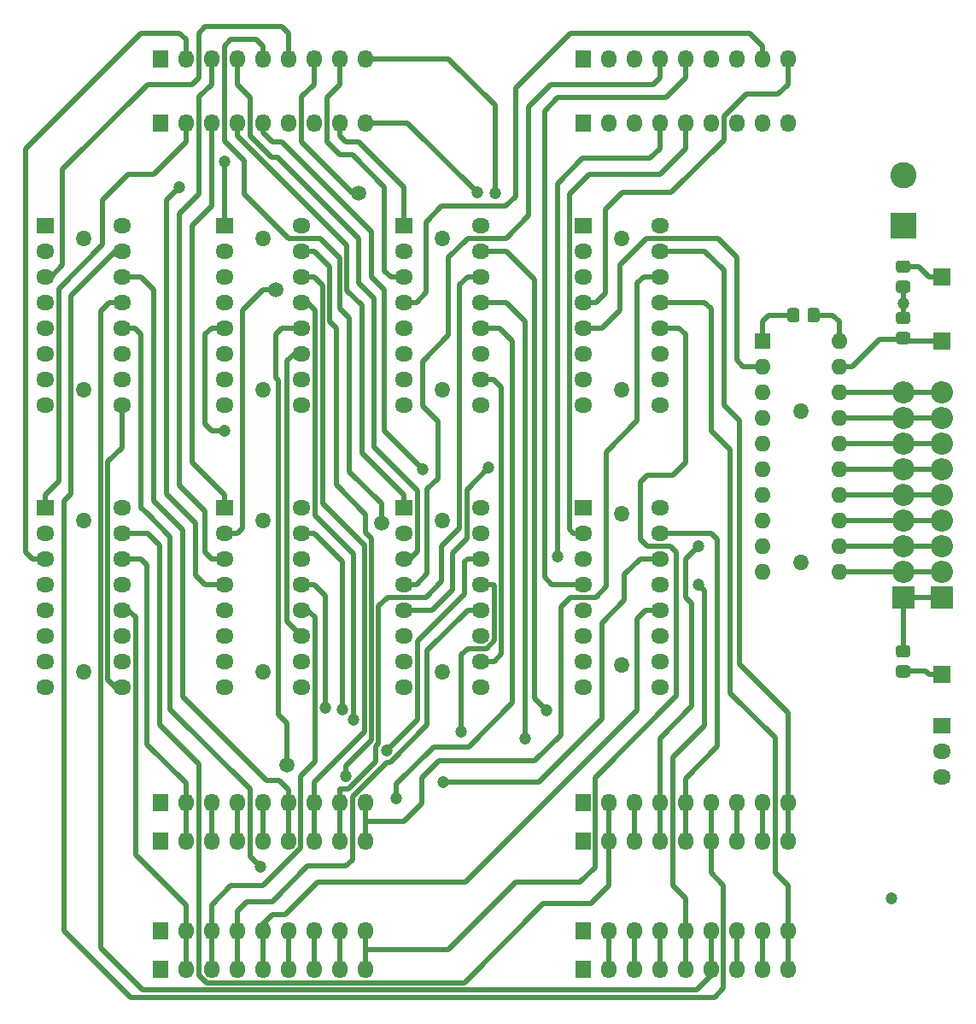
<source format=gbr>
%TF.GenerationSoftware,KiCad,Pcbnew,(5.1.8)-1*%
%TF.CreationDate,2023-08-11T23:22:33+03:00*%
%TF.ProjectId,MUX8x1-v5,4d555838-7831-42d7-9635-2e6b69636164,rev?*%
%TF.SameCoordinates,Original*%
%TF.FileFunction,Copper,L4,Bot*%
%TF.FilePolarity,Positive*%
%FSLAX46Y46*%
G04 Gerber Fmt 4.6, Leading zero omitted, Abs format (unit mm)*
G04 Created by KiCad (PCBNEW (5.1.8)-1) date 2023-08-11 23:22:33*
%MOMM*%
%LPD*%
G01*
G04 APERTURE LIST*
%TA.AperFunction,ComponentPad*%
%ADD10R,1.700000X1.700000*%
%TD*%
%TA.AperFunction,ComponentPad*%
%ADD11O,1.500000X1.600000*%
%TD*%
%TA.AperFunction,ComponentPad*%
%ADD12O,1.600000X1.600000*%
%TD*%
%TA.AperFunction,ComponentPad*%
%ADD13R,1.600000X1.600000*%
%TD*%
%TA.AperFunction,ComponentPad*%
%ADD14O,2.200000X2.200000*%
%TD*%
%TA.AperFunction,ComponentPad*%
%ADD15R,2.200000X2.200000*%
%TD*%
%TA.AperFunction,ComponentPad*%
%ADD16O,1.500000X1.800000*%
%TD*%
%TA.AperFunction,ComponentPad*%
%ADD17R,1.500000X1.800000*%
%TD*%
%TA.AperFunction,ComponentPad*%
%ADD18O,1.800000X1.500000*%
%TD*%
%TA.AperFunction,ComponentPad*%
%ADD19R,1.800000X1.500000*%
%TD*%
%TA.AperFunction,ComponentPad*%
%ADD20C,2.600000*%
%TD*%
%TA.AperFunction,ComponentPad*%
%ADD21R,2.600000X2.600000*%
%TD*%
%TA.AperFunction,ViaPad*%
%ADD22C,1.200000*%
%TD*%
%TA.AperFunction,ViaPad*%
%ADD23C,1.500000*%
%TD*%
%TA.AperFunction,Conductor*%
%ADD24C,0.500000*%
%TD*%
G04 APERTURE END LIST*
%TO.P,R7,2*%
%TO.N,GND*%
%TA.AperFunction,SMDPad,CuDef*%
G36*
G01*
X147770001Y-102470000D02*
X146869999Y-102470000D01*
G75*
G02*
X146620000Y-102220001I0J249999D01*
G01*
X146620000Y-101519999D01*
G75*
G02*
X146869999Y-101270000I249999J0D01*
G01*
X147770001Y-101270000D01*
G75*
G02*
X148020000Y-101519999I0J-249999D01*
G01*
X148020000Y-102220001D01*
G75*
G02*
X147770001Y-102470000I-249999J0D01*
G01*
G37*
%TD.AperFunction*%
%TO.P,R7,1*%
%TO.N,/~EL*%
%TA.AperFunction,SMDPad,CuDef*%
G36*
G01*
X147770001Y-104470000D02*
X146869999Y-104470000D01*
G75*
G02*
X146620000Y-104220001I0J249999D01*
G01*
X146620000Y-103519999D01*
G75*
G02*
X146869999Y-103270000I249999J0D01*
G01*
X147770001Y-103270000D01*
G75*
G02*
X148020000Y-103519999I0J-249999D01*
G01*
X148020000Y-104220001D01*
G75*
G02*
X147770001Y-104470000I-249999J0D01*
G01*
G37*
%TD.AperFunction*%
%TD*%
D10*
%TO.P,J13,1*%
%TO.N,/~EL*%
X151130000Y-104140000D03*
%TD*%
D11*
%TO.P,C9,2*%
%TO.N,GND*%
X137160000Y-93105000D03*
%TO.P,C9,1*%
%TO.N,VCC*%
X137160000Y-78105000D03*
%TD*%
D12*
%TO.P,U9,20*%
%TO.N,VCC*%
X140970000Y-71120000D03*
%TO.P,U9,10*%
%TO.N,GND*%
X133350000Y-93980000D03*
%TO.P,U9,19*%
%TO.N,/~OE*%
X140970000Y-73660000D03*
%TO.P,U9,9*%
%TO.N,/O0*%
X133350000Y-91440000D03*
%TO.P,U9,18*%
%TO.N,/BUS7*%
X140970000Y-76200000D03*
%TO.P,U9,8*%
%TO.N,/O1*%
X133350000Y-88900000D03*
%TO.P,U9,17*%
%TO.N,/BUS6*%
X140970000Y-78740000D03*
%TO.P,U9,7*%
%TO.N,/O2*%
X133350000Y-86360000D03*
%TO.P,U9,16*%
%TO.N,/BUS5*%
X140970000Y-81280000D03*
%TO.P,U9,6*%
%TO.N,/O3*%
X133350000Y-83820000D03*
%TO.P,U9,15*%
%TO.N,/BUS4*%
X140970000Y-83820000D03*
%TO.P,U9,5*%
%TO.N,/O4*%
X133350000Y-81280000D03*
%TO.P,U9,14*%
%TO.N,/BUS3*%
X140970000Y-86360000D03*
%TO.P,U9,4*%
%TO.N,/O5*%
X133350000Y-78740000D03*
%TO.P,U9,13*%
%TO.N,/BUS2*%
X140970000Y-88900000D03*
%TO.P,U9,3*%
%TO.N,/O6*%
X133350000Y-76200000D03*
%TO.P,U9,12*%
%TO.N,/BUS1*%
X140970000Y-91440000D03*
%TO.P,U9,2*%
%TO.N,/O7*%
X133350000Y-73660000D03*
%TO.P,U9,11*%
%TO.N,/BUS0*%
X140970000Y-93980000D03*
D13*
%TO.P,U9,1*%
%TO.N,Net-(R2-Pad1)*%
X133350000Y-71120000D03*
%TD*%
%TO.P,R3,2*%
%TO.N,GND*%
%TA.AperFunction,SMDPad,CuDef*%
G36*
G01*
X147770001Y-69450000D02*
X146869999Y-69450000D01*
G75*
G02*
X146620000Y-69200001I0J249999D01*
G01*
X146620000Y-68499999D01*
G75*
G02*
X146869999Y-68250000I249999J0D01*
G01*
X147770001Y-68250000D01*
G75*
G02*
X148020000Y-68499999I0J-249999D01*
G01*
X148020000Y-69200001D01*
G75*
G02*
X147770001Y-69450000I-249999J0D01*
G01*
G37*
%TD.AperFunction*%
%TO.P,R3,1*%
%TO.N,/~OE*%
%TA.AperFunction,SMDPad,CuDef*%
G36*
G01*
X147770001Y-71450000D02*
X146869999Y-71450000D01*
G75*
G02*
X146620000Y-71200001I0J249999D01*
G01*
X146620000Y-70499999D01*
G75*
G02*
X146869999Y-70250000I249999J0D01*
G01*
X147770001Y-70250000D01*
G75*
G02*
X148020000Y-70499999I0J-249999D01*
G01*
X148020000Y-71200001D01*
G75*
G02*
X147770001Y-71450000I-249999J0D01*
G01*
G37*
%TD.AperFunction*%
%TD*%
%TO.P,R2,2*%
%TO.N,VCC*%
%TA.AperFunction,SMDPad,CuDef*%
G36*
G01*
X137830000Y-69030001D02*
X137830000Y-68129999D01*
G75*
G02*
X138079999Y-67880000I249999J0D01*
G01*
X138780001Y-67880000D01*
G75*
G02*
X139030000Y-68129999I0J-249999D01*
G01*
X139030000Y-69030001D01*
G75*
G02*
X138780001Y-69280000I-249999J0D01*
G01*
X138079999Y-69280000D01*
G75*
G02*
X137830000Y-69030001I0J249999D01*
G01*
G37*
%TD.AperFunction*%
%TO.P,R2,1*%
%TO.N,Net-(R2-Pad1)*%
%TA.AperFunction,SMDPad,CuDef*%
G36*
G01*
X135830000Y-69030001D02*
X135830000Y-68129999D01*
G75*
G02*
X136079999Y-67880000I249999J0D01*
G01*
X136780001Y-67880000D01*
G75*
G02*
X137030000Y-68129999I0J-249999D01*
G01*
X137030000Y-69030001D01*
G75*
G02*
X136780001Y-69280000I-249999J0D01*
G01*
X136079999Y-69280000D01*
G75*
G02*
X135830000Y-69030001I0J249999D01*
G01*
G37*
%TD.AperFunction*%
%TD*%
D10*
%TO.P,J7,1*%
%TO.N,/~OE*%
X151130000Y-71120000D03*
%TD*%
D14*
%TO.P,J3,9*%
%TO.N,/BUS7*%
X147320000Y-76200000D03*
%TO.P,J3,8*%
%TO.N,/BUS6*%
X147320000Y-78740000D03*
%TO.P,J3,7*%
%TO.N,/BUS5*%
X147320000Y-81280000D03*
%TO.P,J3,6*%
%TO.N,/BUS4*%
X147320000Y-83820000D03*
%TO.P,J3,5*%
%TO.N,/BUS3*%
X147320000Y-86360000D03*
%TO.P,J3,4*%
%TO.N,/BUS2*%
X147320000Y-88900000D03*
%TO.P,J3,3*%
%TO.N,/BUS1*%
X147320000Y-91440000D03*
%TO.P,J3,2*%
%TO.N,/BUS0*%
X147320000Y-93980000D03*
D15*
%TO.P,J3,1*%
%TO.N,GND*%
X147320000Y-96520000D03*
%TD*%
D14*
%TO.P,J21,9*%
%TO.N,/BUS7*%
X151130000Y-76200000D03*
%TO.P,J21,8*%
%TO.N,/BUS6*%
X151130000Y-78740000D03*
%TO.P,J21,7*%
%TO.N,/BUS5*%
X151130000Y-81280000D03*
%TO.P,J21,6*%
%TO.N,/BUS4*%
X151130000Y-83820000D03*
%TO.P,J21,5*%
%TO.N,/BUS3*%
X151130000Y-86360000D03*
%TO.P,J21,4*%
%TO.N,/BUS2*%
X151130000Y-88900000D03*
%TO.P,J21,3*%
%TO.N,/BUS1*%
X151130000Y-91440000D03*
%TO.P,J21,2*%
%TO.N,/BUS0*%
X151130000Y-93980000D03*
D15*
%TO.P,J21,1*%
%TO.N,GND*%
X151130000Y-96520000D03*
%TD*%
D16*
%TO.P,J18,9*%
%TO.N,/H7*%
X93980000Y-129540000D03*
%TO.P,J18,8*%
%TO.N,/H6*%
X91440000Y-129540000D03*
%TO.P,J18,7*%
%TO.N,/H5*%
X88900000Y-129540000D03*
%TO.P,J18,6*%
%TO.N,/H4*%
X86360000Y-129540000D03*
%TO.P,J18,5*%
%TO.N,/H3*%
X83820000Y-129540000D03*
%TO.P,J18,4*%
%TO.N,/H2*%
X81280000Y-129540000D03*
%TO.P,J18,3*%
%TO.N,/H1*%
X78740000Y-129540000D03*
%TO.P,J18,2*%
%TO.N,/H0*%
X76200000Y-129540000D03*
D17*
%TO.P,J18,1*%
%TO.N,GND*%
X73660000Y-129540000D03*
%TD*%
D16*
%TO.P,J16,9*%
%TO.N,/H7*%
X93980000Y-133350000D03*
%TO.P,J16,8*%
%TO.N,/H6*%
X91440000Y-133350000D03*
%TO.P,J16,7*%
%TO.N,/H5*%
X88900000Y-133350000D03*
%TO.P,J16,6*%
%TO.N,/H4*%
X86360000Y-133350000D03*
%TO.P,J16,5*%
%TO.N,/H3*%
X83820000Y-133350000D03*
%TO.P,J16,4*%
%TO.N,/H2*%
X81280000Y-133350000D03*
%TO.P,J16,3*%
%TO.N,/H1*%
X78740000Y-133350000D03*
%TO.P,J16,2*%
%TO.N,/H0*%
X76200000Y-133350000D03*
D17*
%TO.P,J16,1*%
%TO.N,GND*%
X73660000Y-133350000D03*
%TD*%
D16*
%TO.P,J15,9*%
%TO.N,/D7*%
X93980000Y-49530000D03*
%TO.P,J15,8*%
%TO.N,/D6*%
X91440000Y-49530000D03*
%TO.P,J15,7*%
%TO.N,/D5*%
X88900000Y-49530000D03*
%TO.P,J15,6*%
%TO.N,/D4*%
X86360000Y-49530000D03*
%TO.P,J15,5*%
%TO.N,/D3*%
X83820000Y-49530000D03*
%TO.P,J15,4*%
%TO.N,/D2*%
X81280000Y-49530000D03*
%TO.P,J15,3*%
%TO.N,/D1*%
X78740000Y-49530000D03*
%TO.P,J15,2*%
%TO.N,/D0*%
X76200000Y-49530000D03*
D17*
%TO.P,J15,1*%
%TO.N,GND*%
X73660000Y-49530000D03*
%TD*%
D16*
%TO.P,J14,9*%
%TO.N,/G7*%
X135890000Y-133350000D03*
%TO.P,J14,8*%
%TO.N,/G6*%
X133350000Y-133350000D03*
%TO.P,J14,7*%
%TO.N,/G5*%
X130810000Y-133350000D03*
%TO.P,J14,6*%
%TO.N,/G4*%
X128270000Y-133350000D03*
%TO.P,J14,5*%
%TO.N,/G3*%
X125730000Y-133350000D03*
%TO.P,J14,4*%
%TO.N,/G2*%
X123190000Y-133350000D03*
%TO.P,J14,3*%
%TO.N,/G1*%
X120650000Y-133350000D03*
%TO.P,J14,2*%
%TO.N,/G0*%
X118110000Y-133350000D03*
D17*
%TO.P,J14,1*%
%TO.N,GND*%
X115570000Y-133350000D03*
%TD*%
D16*
%TO.P,J12,9*%
%TO.N,/G7*%
X135890000Y-129540000D03*
%TO.P,J12,8*%
%TO.N,/G6*%
X133350000Y-129540000D03*
%TO.P,J12,7*%
%TO.N,/G5*%
X130810000Y-129540000D03*
%TO.P,J12,6*%
%TO.N,/G4*%
X128270000Y-129540000D03*
%TO.P,J12,5*%
%TO.N,/G3*%
X125730000Y-129540000D03*
%TO.P,J12,4*%
%TO.N,/G2*%
X123190000Y-129540000D03*
%TO.P,J12,3*%
%TO.N,/G1*%
X120650000Y-129540000D03*
%TO.P,J12,2*%
%TO.N,/G0*%
X118110000Y-129540000D03*
D17*
%TO.P,J12,1*%
%TO.N,GND*%
X115570000Y-129540000D03*
%TD*%
D16*
%TO.P,J11,9*%
%TO.N,/C7*%
X135890000Y-49530000D03*
%TO.P,J11,8*%
%TO.N,/C6*%
X133350000Y-49530000D03*
%TO.P,J11,7*%
%TO.N,/C5*%
X130810000Y-49530000D03*
%TO.P,J11,6*%
%TO.N,/C4*%
X128270000Y-49530000D03*
%TO.P,J11,5*%
%TO.N,/C3*%
X125730000Y-49530000D03*
%TO.P,J11,4*%
%TO.N,/C2*%
X123190000Y-49530000D03*
%TO.P,J11,3*%
%TO.N,/C1*%
X120650000Y-49530000D03*
%TO.P,J11,2*%
%TO.N,/C0*%
X118110000Y-49530000D03*
D17*
%TO.P,J11,1*%
%TO.N,GND*%
X115570000Y-49530000D03*
%TD*%
D16*
%TO.P,J8,9*%
%TO.N,/F7*%
X93980000Y-116880000D03*
%TO.P,J8,8*%
%TO.N,/F6*%
X91440000Y-116880000D03*
%TO.P,J8,7*%
%TO.N,/F5*%
X88900000Y-116880000D03*
%TO.P,J8,6*%
%TO.N,/F4*%
X86360000Y-116880000D03*
%TO.P,J8,5*%
%TO.N,/F3*%
X83820000Y-116880000D03*
%TO.P,J8,4*%
%TO.N,/F2*%
X81280000Y-116880000D03*
%TO.P,J8,3*%
%TO.N,/F1*%
X78740000Y-116880000D03*
%TO.P,J8,2*%
%TO.N,/F0*%
X76200000Y-116880000D03*
D17*
%TO.P,J8,1*%
%TO.N,GND*%
X73660000Y-116880000D03*
%TD*%
D16*
%TO.P,J6,9*%
%TO.N,/F7*%
X93980000Y-120650000D03*
%TO.P,J6,8*%
%TO.N,/F6*%
X91440000Y-120650000D03*
%TO.P,J6,7*%
%TO.N,/F5*%
X88900000Y-120650000D03*
%TO.P,J6,6*%
%TO.N,/F4*%
X86360000Y-120650000D03*
%TO.P,J6,5*%
%TO.N,/F3*%
X83820000Y-120650000D03*
%TO.P,J6,4*%
%TO.N,/F2*%
X81280000Y-120650000D03*
%TO.P,J6,3*%
%TO.N,/F1*%
X78740000Y-120650000D03*
%TO.P,J6,2*%
%TO.N,/F0*%
X76200000Y-120650000D03*
D17*
%TO.P,J6,1*%
%TO.N,GND*%
X73660000Y-120650000D03*
%TD*%
D16*
%TO.P,J5,9*%
%TO.N,/B7*%
X93980000Y-43180000D03*
%TO.P,J5,8*%
%TO.N,/B6*%
X91440000Y-43180000D03*
%TO.P,J5,7*%
%TO.N,/B5*%
X88900000Y-43180000D03*
%TO.P,J5,6*%
%TO.N,/B4*%
X86360000Y-43180000D03*
%TO.P,J5,5*%
%TO.N,/B3*%
X83820000Y-43180000D03*
%TO.P,J5,4*%
%TO.N,/B2*%
X81280000Y-43180000D03*
%TO.P,J5,3*%
%TO.N,/B1*%
X78740000Y-43180000D03*
%TO.P,J5,2*%
%TO.N,/B0*%
X76200000Y-43180000D03*
D17*
%TO.P,J5,1*%
%TO.N,GND*%
X73660000Y-43180000D03*
%TD*%
D16*
%TO.P,J4,9*%
%TO.N,/E7*%
X135890000Y-116840000D03*
%TO.P,J4,8*%
%TO.N,/E6*%
X133350000Y-116840000D03*
%TO.P,J4,7*%
%TO.N,/E5*%
X130810000Y-116840000D03*
%TO.P,J4,6*%
%TO.N,/E4*%
X128270000Y-116840000D03*
%TO.P,J4,5*%
%TO.N,/E3*%
X125730000Y-116840000D03*
%TO.P,J4,4*%
%TO.N,/E2*%
X123190000Y-116840000D03*
%TO.P,J4,3*%
%TO.N,/E1*%
X120650000Y-116840000D03*
%TO.P,J4,2*%
%TO.N,/E0*%
X118110000Y-116840000D03*
D17*
%TO.P,J4,1*%
%TO.N,GND*%
X115570000Y-116840000D03*
%TD*%
D16*
%TO.P,J2,9*%
%TO.N,/E7*%
X135890000Y-120650000D03*
%TO.P,J2,8*%
%TO.N,/E6*%
X133350000Y-120650000D03*
%TO.P,J2,7*%
%TO.N,/E5*%
X130810000Y-120650000D03*
%TO.P,J2,6*%
%TO.N,/E4*%
X128270000Y-120650000D03*
%TO.P,J2,5*%
%TO.N,/E3*%
X125730000Y-120650000D03*
%TO.P,J2,4*%
%TO.N,/E2*%
X123190000Y-120650000D03*
%TO.P,J2,3*%
%TO.N,/E1*%
X120650000Y-120650000D03*
%TO.P,J2,2*%
%TO.N,/E0*%
X118110000Y-120650000D03*
D17*
%TO.P,J2,1*%
%TO.N,GND*%
X115570000Y-120650000D03*
%TD*%
D16*
%TO.P,J1,9*%
%TO.N,/A7*%
X135890000Y-43180000D03*
%TO.P,J1,8*%
%TO.N,/A6*%
X133350000Y-43180000D03*
%TO.P,J1,7*%
%TO.N,/A5*%
X130810000Y-43180000D03*
%TO.P,J1,6*%
%TO.N,/A4*%
X128270000Y-43180000D03*
%TO.P,J1,5*%
%TO.N,/A3*%
X125730000Y-43180000D03*
%TO.P,J1,4*%
%TO.N,/A2*%
X123190000Y-43180000D03*
%TO.P,J1,3*%
%TO.N,/A1*%
X120650000Y-43180000D03*
%TO.P,J1,2*%
%TO.N,/A0*%
X118110000Y-43180000D03*
D17*
%TO.P,J1,1*%
%TO.N,GND*%
X115570000Y-43180000D03*
%TD*%
D11*
%TO.P,C8,2*%
%TO.N,GND*%
X119380000Y-75960000D03*
%TO.P,C8,1*%
%TO.N,VCC*%
X119380000Y-60960000D03*
%TD*%
%TO.P,C7,2*%
%TO.N,GND*%
X101600000Y-75960000D03*
%TO.P,C7,1*%
%TO.N,VCC*%
X101600000Y-60960000D03*
%TD*%
%TO.P,C6,2*%
%TO.N,GND*%
X83820000Y-75960000D03*
%TO.P,C6,1*%
%TO.N,VCC*%
X83820000Y-60960000D03*
%TD*%
%TO.P,C5,2*%
%TO.N,GND*%
X66040000Y-75960000D03*
%TO.P,C5,1*%
%TO.N,VCC*%
X66040000Y-60960000D03*
%TD*%
%TO.P,C4,2*%
%TO.N,GND*%
X119380000Y-103265000D03*
%TO.P,C4,1*%
%TO.N,VCC*%
X119380000Y-88265000D03*
%TD*%
%TO.P,C3,2*%
%TO.N,GND*%
X101600000Y-103900000D03*
%TO.P,C3,1*%
%TO.N,VCC*%
X101600000Y-88900000D03*
%TD*%
%TO.P,C2,2*%
%TO.N,GND*%
X83820000Y-103900000D03*
%TO.P,C2,1*%
%TO.N,VCC*%
X83820000Y-88900000D03*
%TD*%
%TO.P,C1,2*%
%TO.N,GND*%
X66040000Y-103900000D03*
%TO.P,C1,1*%
%TO.N,VCC*%
X66040000Y-88900000D03*
%TD*%
D18*
%TO.P,U8,16*%
%TO.N,VCC*%
X123190000Y-59690000D03*
%TO.P,U8,8*%
%TO.N,GND*%
X115570000Y-77470000D03*
%TO.P,U8,15*%
%TO.N,/E7*%
X123190000Y-62230000D03*
%TO.P,U8,7*%
%TO.N,/~EH*%
X115570000Y-74930000D03*
%TO.P,U8,14*%
%TO.N,/F7*%
X123190000Y-64770000D03*
%TO.P,U8,6*%
%TO.N,Net-(U8-Pad6)*%
X115570000Y-72390000D03*
%TO.P,U8,13*%
%TO.N,/G7*%
X123190000Y-67310000D03*
%TO.P,U8,5*%
%TO.N,/O7*%
X115570000Y-69850000D03*
%TO.P,U8,12*%
%TO.N,/H7*%
X123190000Y-69850000D03*
%TO.P,U8,4*%
%TO.N,/A7*%
X115570000Y-67310000D03*
%TO.P,U8,11*%
%TO.N,/S0*%
X123190000Y-72390000D03*
%TO.P,U8,3*%
%TO.N,/B7*%
X115570000Y-64770000D03*
%TO.P,U8,10*%
%TO.N,/S1*%
X123190000Y-74930000D03*
%TO.P,U8,2*%
%TO.N,/C7*%
X115570000Y-62230000D03*
%TO.P,U8,9*%
%TO.N,/S2*%
X123190000Y-77470000D03*
D19*
%TO.P,U8,1*%
%TO.N,/D7*%
X115570000Y-59690000D03*
%TD*%
D18*
%TO.P,U7,16*%
%TO.N,VCC*%
X105410000Y-59690000D03*
%TO.P,U7,8*%
%TO.N,GND*%
X97790000Y-77470000D03*
%TO.P,U7,15*%
%TO.N,/E6*%
X105410000Y-62230000D03*
%TO.P,U7,7*%
%TO.N,/~EH*%
X97790000Y-74930000D03*
%TO.P,U7,14*%
%TO.N,/F6*%
X105410000Y-64770000D03*
%TO.P,U7,6*%
%TO.N,Net-(U7-Pad6)*%
X97790000Y-72390000D03*
%TO.P,U7,13*%
%TO.N,/G6*%
X105410000Y-67310000D03*
%TO.P,U7,5*%
%TO.N,/O6*%
X97790000Y-69850000D03*
%TO.P,U7,12*%
%TO.N,/H6*%
X105410000Y-69850000D03*
%TO.P,U7,4*%
%TO.N,/A6*%
X97790000Y-67310000D03*
%TO.P,U7,11*%
%TO.N,/S0*%
X105410000Y-72390000D03*
%TO.P,U7,3*%
%TO.N,/B6*%
X97790000Y-64770000D03*
%TO.P,U7,10*%
%TO.N,/S1*%
X105410000Y-74930000D03*
%TO.P,U7,2*%
%TO.N,/C6*%
X97790000Y-62230000D03*
%TO.P,U7,9*%
%TO.N,/S2*%
X105410000Y-77470000D03*
D19*
%TO.P,U7,1*%
%TO.N,/D6*%
X97790000Y-59690000D03*
%TD*%
D18*
%TO.P,U6,16*%
%TO.N,VCC*%
X87630000Y-59690000D03*
%TO.P,U6,8*%
%TO.N,GND*%
X80010000Y-77470000D03*
%TO.P,U6,15*%
%TO.N,/E5*%
X87630000Y-62230000D03*
%TO.P,U6,7*%
%TO.N,/~EH*%
X80010000Y-74930000D03*
%TO.P,U6,14*%
%TO.N,/F5*%
X87630000Y-64770000D03*
%TO.P,U6,6*%
%TO.N,Net-(U6-Pad6)*%
X80010000Y-72390000D03*
%TO.P,U6,13*%
%TO.N,/G5*%
X87630000Y-67310000D03*
%TO.P,U6,5*%
%TO.N,/O5*%
X80010000Y-69850000D03*
%TO.P,U6,12*%
%TO.N,/H5*%
X87630000Y-69850000D03*
%TO.P,U6,4*%
%TO.N,/A5*%
X80010000Y-67310000D03*
%TO.P,U6,11*%
%TO.N,/S0*%
X87630000Y-72390000D03*
%TO.P,U6,3*%
%TO.N,/B5*%
X80010000Y-64770000D03*
%TO.P,U6,10*%
%TO.N,/S1*%
X87630000Y-74930000D03*
%TO.P,U6,2*%
%TO.N,/C5*%
X80010000Y-62230000D03*
%TO.P,U6,9*%
%TO.N,/S2*%
X87630000Y-77470000D03*
D19*
%TO.P,U6,1*%
%TO.N,/D5*%
X80010000Y-59690000D03*
%TD*%
D18*
%TO.P,U5,16*%
%TO.N,VCC*%
X69850000Y-59690000D03*
%TO.P,U5,8*%
%TO.N,GND*%
X62230000Y-77470000D03*
%TO.P,U5,15*%
%TO.N,/E4*%
X69850000Y-62230000D03*
%TO.P,U5,7*%
%TO.N,/~EH*%
X62230000Y-74930000D03*
%TO.P,U5,14*%
%TO.N,/F4*%
X69850000Y-64770000D03*
%TO.P,U5,6*%
%TO.N,Net-(U5-Pad6)*%
X62230000Y-72390000D03*
%TO.P,U5,13*%
%TO.N,/G4*%
X69850000Y-67310000D03*
%TO.P,U5,5*%
%TO.N,/O4*%
X62230000Y-69850000D03*
%TO.P,U5,12*%
%TO.N,/H4*%
X69850000Y-69850000D03*
%TO.P,U5,4*%
%TO.N,/A4*%
X62230000Y-67310000D03*
%TO.P,U5,11*%
%TO.N,/S0*%
X69850000Y-72390000D03*
%TO.P,U5,3*%
%TO.N,/B4*%
X62230000Y-64770000D03*
%TO.P,U5,10*%
%TO.N,/S1*%
X69850000Y-74930000D03*
%TO.P,U5,2*%
%TO.N,/C4*%
X62230000Y-62230000D03*
%TO.P,U5,9*%
%TO.N,/S2*%
X69850000Y-77470000D03*
D19*
%TO.P,U5,1*%
%TO.N,/D4*%
X62230000Y-59690000D03*
%TD*%
D18*
%TO.P,U4,16*%
%TO.N,VCC*%
X123190000Y-87630000D03*
%TO.P,U4,8*%
%TO.N,GND*%
X115570000Y-105410000D03*
%TO.P,U4,15*%
%TO.N,/E3*%
X123190000Y-90170000D03*
%TO.P,U4,7*%
%TO.N,/~EL*%
X115570000Y-102870000D03*
%TO.P,U4,14*%
%TO.N,/F3*%
X123190000Y-92710000D03*
%TO.P,U4,6*%
%TO.N,Net-(U4-Pad6)*%
X115570000Y-100330000D03*
%TO.P,U4,13*%
%TO.N,/G3*%
X123190000Y-95250000D03*
%TO.P,U4,5*%
%TO.N,/O3*%
X115570000Y-97790000D03*
%TO.P,U4,12*%
%TO.N,/H3*%
X123190000Y-97790000D03*
%TO.P,U4,4*%
%TO.N,/A3*%
X115570000Y-95250000D03*
%TO.P,U4,11*%
%TO.N,/S0*%
X123190000Y-100330000D03*
%TO.P,U4,3*%
%TO.N,/B3*%
X115570000Y-92710000D03*
%TO.P,U4,10*%
%TO.N,/S1*%
X123190000Y-102870000D03*
%TO.P,U4,2*%
%TO.N,/C3*%
X115570000Y-90170000D03*
%TO.P,U4,9*%
%TO.N,/S2*%
X123190000Y-105410000D03*
D19*
%TO.P,U4,1*%
%TO.N,/D3*%
X115570000Y-87630000D03*
%TD*%
D18*
%TO.P,U3,16*%
%TO.N,VCC*%
X105410000Y-87630000D03*
%TO.P,U3,8*%
%TO.N,GND*%
X97790000Y-105410000D03*
%TO.P,U3,15*%
%TO.N,/E2*%
X105410000Y-90170000D03*
%TO.P,U3,7*%
%TO.N,/~EL*%
X97790000Y-102870000D03*
%TO.P,U3,14*%
%TO.N,/F2*%
X105410000Y-92710000D03*
%TO.P,U3,6*%
%TO.N,Net-(U3-Pad6)*%
X97790000Y-100330000D03*
%TO.P,U3,13*%
%TO.N,/G2*%
X105410000Y-95250000D03*
%TO.P,U3,5*%
%TO.N,/O2*%
X97790000Y-97790000D03*
%TO.P,U3,12*%
%TO.N,/H2*%
X105410000Y-97790000D03*
%TO.P,U3,4*%
%TO.N,/A2*%
X97790000Y-95250000D03*
%TO.P,U3,11*%
%TO.N,/S0*%
X105410000Y-100330000D03*
%TO.P,U3,3*%
%TO.N,/B2*%
X97790000Y-92710000D03*
%TO.P,U3,10*%
%TO.N,/S1*%
X105410000Y-102870000D03*
%TO.P,U3,2*%
%TO.N,/C2*%
X97790000Y-90170000D03*
%TO.P,U3,9*%
%TO.N,/S2*%
X105410000Y-105410000D03*
D19*
%TO.P,U3,1*%
%TO.N,/D2*%
X97790000Y-87630000D03*
%TD*%
D18*
%TO.P,U2,16*%
%TO.N,VCC*%
X87630000Y-87630000D03*
%TO.P,U2,8*%
%TO.N,GND*%
X80010000Y-105410000D03*
%TO.P,U2,15*%
%TO.N,/E1*%
X87630000Y-90170000D03*
%TO.P,U2,7*%
%TO.N,/~EL*%
X80010000Y-102870000D03*
%TO.P,U2,14*%
%TO.N,/F1*%
X87630000Y-92710000D03*
%TO.P,U2,6*%
%TO.N,Net-(U2-Pad6)*%
X80010000Y-100330000D03*
%TO.P,U2,13*%
%TO.N,/G1*%
X87630000Y-95250000D03*
%TO.P,U2,5*%
%TO.N,/O1*%
X80010000Y-97790000D03*
%TO.P,U2,12*%
%TO.N,/H1*%
X87630000Y-97790000D03*
%TO.P,U2,4*%
%TO.N,/A1*%
X80010000Y-95250000D03*
%TO.P,U2,11*%
%TO.N,/S0*%
X87630000Y-100330000D03*
%TO.P,U2,3*%
%TO.N,/B1*%
X80010000Y-92710000D03*
%TO.P,U2,10*%
%TO.N,/S1*%
X87630000Y-102870000D03*
%TO.P,U2,2*%
%TO.N,/C1*%
X80010000Y-90170000D03*
%TO.P,U2,9*%
%TO.N,/S2*%
X87630000Y-105410000D03*
D19*
%TO.P,U2,1*%
%TO.N,/D1*%
X80010000Y-87630000D03*
%TD*%
D18*
%TO.P,U1,16*%
%TO.N,VCC*%
X69850000Y-87630000D03*
%TO.P,U1,8*%
%TO.N,GND*%
X62230000Y-105410000D03*
%TO.P,U1,15*%
%TO.N,/E0*%
X69850000Y-90170000D03*
%TO.P,U1,7*%
%TO.N,/~EL*%
X62230000Y-102870000D03*
%TO.P,U1,14*%
%TO.N,/F0*%
X69850000Y-92710000D03*
%TO.P,U1,6*%
%TO.N,Net-(U1-Pad6)*%
X62230000Y-100330000D03*
%TO.P,U1,13*%
%TO.N,/G0*%
X69850000Y-95250000D03*
%TO.P,U1,5*%
%TO.N,/O0*%
X62230000Y-97790000D03*
%TO.P,U1,12*%
%TO.N,/H0*%
X69850000Y-97790000D03*
%TO.P,U1,4*%
%TO.N,/A0*%
X62230000Y-95250000D03*
%TO.P,U1,11*%
%TO.N,/S0*%
X69850000Y-100330000D03*
%TO.P,U1,3*%
%TO.N,/B0*%
X62230000Y-92710000D03*
%TO.P,U1,10*%
%TO.N,/S1*%
X69850000Y-102870000D03*
%TO.P,U1,2*%
%TO.N,/C0*%
X62230000Y-90170000D03*
%TO.P,U1,9*%
%TO.N,/S2*%
X69850000Y-105410000D03*
D19*
%TO.P,U1,1*%
%TO.N,/D0*%
X62230000Y-87630000D03*
%TD*%
%TO.P,R1,2*%
%TO.N,GND*%
%TA.AperFunction,SMDPad,CuDef*%
G36*
G01*
X146869999Y-65170000D02*
X147770001Y-65170000D01*
G75*
G02*
X148020000Y-65419999I0J-249999D01*
G01*
X148020000Y-66120001D01*
G75*
G02*
X147770001Y-66370000I-249999J0D01*
G01*
X146869999Y-66370000D01*
G75*
G02*
X146620000Y-66120001I0J249999D01*
G01*
X146620000Y-65419999D01*
G75*
G02*
X146869999Y-65170000I249999J0D01*
G01*
G37*
%TD.AperFunction*%
%TO.P,R1,1*%
%TO.N,/~EH*%
%TA.AperFunction,SMDPad,CuDef*%
G36*
G01*
X146869999Y-63170000D02*
X147770001Y-63170000D01*
G75*
G02*
X148020000Y-63419999I0J-249999D01*
G01*
X148020000Y-64120001D01*
G75*
G02*
X147770001Y-64370000I-249999J0D01*
G01*
X146869999Y-64370000D01*
G75*
G02*
X146620000Y-64120001I0J249999D01*
G01*
X146620000Y-63419999D01*
G75*
G02*
X146869999Y-63170000I249999J0D01*
G01*
G37*
%TD.AperFunction*%
%TD*%
D10*
%TO.P,J20,1*%
%TO.N,/~EH*%
X151130000Y-64770000D03*
%TD*%
D18*
%TO.P,J10,3*%
%TO.N,/S2*%
X151130000Y-114300000D03*
%TO.P,J10,2*%
%TO.N,/S1*%
X151130000Y-111760000D03*
D19*
%TO.P,J10,1*%
%TO.N,/S0*%
X151130000Y-109220000D03*
%TD*%
D20*
%TO.P,J9,2*%
%TO.N,GND*%
X147320000Y-54690000D03*
D21*
%TO.P,J9,1*%
%TO.N,VCC*%
X147320000Y-59690000D03*
%TD*%
D22*
%TO.N,GND*%
X146163000Y-126360000D03*
X147320000Y-67441700D03*
%TO.N,/A1*%
X75565000Y-55880000D03*
%TO.N,/E6*%
X111991700Y-107730700D03*
%TO.N,/E5*%
X92054300Y-114269300D03*
%TO.N,/E2*%
X127000000Y-91440000D03*
%TO.N,/E1*%
X91756200Y-107662100D03*
%TO.N,/B7*%
X106868200Y-56467500D03*
D23*
%TO.N,/B5*%
X93345000Y-56515000D03*
%TO.N,/B3*%
X95591300Y-89193700D03*
D22*
%TO.N,/F3*%
X101670200Y-114859600D03*
%TO.N,/F2*%
X96097300Y-111673300D03*
%TO.N,/C2*%
X113030000Y-92469100D03*
D23*
%TO.N,/C1*%
X85090000Y-66040000D03*
D22*
%TO.N,/G6*%
X109820100Y-110490000D03*
%TO.N,/G5*%
X92835400Y-108658500D03*
%TO.N,/G3*%
X127000000Y-95250000D03*
%TO.N,/G2*%
X103505000Y-109855000D03*
%TO.N,/G1*%
X90058700Y-107455800D03*
%TO.N,/D7*%
X105064500Y-56451600D03*
%TO.N,/D5*%
X80010000Y-53340000D03*
%TO.N,/D3*%
X99683300Y-83829600D03*
%TO.N,/H6*%
X97091500Y-116445200D03*
D23*
%TO.N,/H5*%
X86251700Y-113138300D03*
D22*
%TO.N,/H4*%
X83624900Y-123255400D03*
%TO.N,/O5*%
X80010000Y-80010000D03*
%TO.N,/O2*%
X106238600Y-83676500D03*
%TD*%
D24*
%TO.N,GND*%
X147320000Y-66040000D02*
X147320000Y-65770000D01*
X147320000Y-66040000D02*
X147320000Y-67441700D01*
X147320000Y-96520000D02*
X147320000Y-101870000D01*
X147320000Y-67441700D02*
X147320000Y-68850000D01*
X147320000Y-96520000D02*
X151130000Y-96520000D01*
%TO.N,VCC*%
X140970000Y-71120000D02*
X140970000Y-69215000D01*
X140970000Y-69215000D02*
X140335000Y-68580000D01*
X140335000Y-68580000D02*
X138430000Y-68580000D01*
%TO.N,/A7*%
X134928750Y-46681250D02*
X135890000Y-45720000D01*
X131771250Y-46681250D02*
X134928750Y-46681250D01*
X124358800Y-56413800D02*
X129540000Y-51232600D01*
X129540000Y-48912500D02*
X131771250Y-46681250D01*
X117802900Y-58092100D02*
X119481200Y-56413800D01*
X119481200Y-56413800D02*
X124358800Y-56413800D01*
X117802900Y-66367900D02*
X117802900Y-58092100D01*
X135890000Y-45720000D02*
X135890000Y-43180000D01*
X116860800Y-67310000D02*
X117802900Y-66367900D01*
X129540000Y-51232600D02*
X129540000Y-48912500D01*
X115570000Y-67310000D02*
X116860800Y-67310000D01*
%TO.N,/A6*%
X133350000Y-41910000D02*
X133350000Y-43180000D01*
X108870300Y-46069700D02*
X114300000Y-40640000D01*
X108870300Y-56800300D02*
X108870300Y-46069700D01*
X107926400Y-57744200D02*
X108870300Y-56800300D01*
X114300000Y-40640000D02*
X132080000Y-40640000D01*
X107926400Y-57808600D02*
X107926400Y-57744200D01*
X101576400Y-57808600D02*
X107926400Y-57808600D01*
X100012500Y-59372500D02*
X101576400Y-57808600D01*
X100012500Y-66357500D02*
X100012500Y-59372500D01*
X99060000Y-67310000D02*
X100012500Y-66357500D01*
X132080000Y-40640000D02*
X133350000Y-41910000D01*
X97790000Y-67310000D02*
X99060000Y-67310000D01*
%TO.N,/A3*%
X112466200Y-95250000D02*
X115570000Y-95250000D01*
X111760000Y-94543800D02*
X112466200Y-95250000D01*
X111760000Y-48331200D02*
X111760000Y-94543800D01*
X113090350Y-47000850D02*
X111760000Y-48331200D01*
X123814150Y-47000850D02*
X113090350Y-47000850D01*
X125730000Y-45085000D02*
X123814150Y-47000850D01*
X125730000Y-43180000D02*
X125730000Y-45085000D01*
%TO.N,/A2*%
X123190000Y-45085000D02*
X123190000Y-43180000D01*
X122564150Y-45710850D02*
X123190000Y-45085000D01*
X112404150Y-45710850D02*
X122564150Y-45710850D01*
X110172500Y-47942500D02*
X112404150Y-45710850D01*
X97790000Y-95250000D02*
X99060000Y-95250000D01*
X99695000Y-73152400D02*
X102255450Y-70591950D01*
X100139500Y-94170500D02*
X100139500Y-85833700D01*
X100139500Y-85833700D02*
X101219000Y-84754200D01*
X110172500Y-58737500D02*
X110172500Y-47942500D01*
X101219000Y-84754200D02*
X101219000Y-79128800D01*
X101219000Y-79128800D02*
X99695000Y-77604800D01*
X104140000Y-60960000D02*
X107950000Y-60960000D01*
X99695000Y-77604800D02*
X99695000Y-73152400D01*
X102255450Y-70591950D02*
X102255450Y-62844550D01*
X99060000Y-95250000D02*
X100139500Y-94170500D01*
X102255450Y-62844550D02*
X104140000Y-60960000D01*
X107950000Y-60960000D02*
X110172500Y-58737500D01*
%TO.N,/A1*%
X74295000Y-57150000D02*
X74930000Y-56515000D01*
X74295000Y-86266200D02*
X74295000Y-57150000D01*
X77199400Y-89170600D02*
X74295000Y-86266200D01*
X74930000Y-56515000D02*
X75565000Y-55880000D01*
X77199400Y-94344400D02*
X77199400Y-89170600D01*
X78105000Y-95250000D02*
X77199400Y-94344400D01*
X80010000Y-95250000D02*
X78105000Y-95250000D01*
%TO.N,/E7*%
X135890000Y-116840000D02*
X135890000Y-120650000D01*
X131127500Y-103187500D02*
X135890000Y-107950000D01*
X129540000Y-77470000D02*
X131127500Y-79057500D01*
X129540000Y-64135000D02*
X129540000Y-77470000D01*
X135890000Y-107950000D02*
X135890000Y-116840000D01*
X127635000Y-62230000D02*
X129540000Y-64135000D01*
X131127500Y-79057500D02*
X131127500Y-103187500D01*
X123190000Y-62230000D02*
X127635000Y-62230000D01*
%TO.N,/E6*%
X133350000Y-120650000D02*
X133350000Y-116840000D01*
X105410000Y-62230000D02*
X107950000Y-62230000D01*
X110807500Y-106546500D02*
X110807500Y-65443300D01*
X111991700Y-107730700D02*
X110807500Y-106546500D01*
X110807500Y-65443300D02*
X110807500Y-65087500D01*
X110807500Y-65087500D02*
X110172500Y-64452500D01*
X107950000Y-62230000D02*
X110172500Y-64452500D01*
%TO.N,/E5*%
X130810000Y-120650000D02*
X130810000Y-116840000D01*
X90473900Y-63803900D02*
X88900000Y-62230000D01*
X90473900Y-69201400D02*
X90473900Y-63803900D01*
X91122500Y-69850000D02*
X90473900Y-69201400D01*
X91122500Y-85407500D02*
X91122500Y-69850000D01*
X88900000Y-62230000D02*
X87630000Y-62230000D01*
X94029500Y-90120500D02*
X94029500Y-88314500D01*
X94592000Y-90683000D02*
X94029500Y-90120500D01*
X94592000Y-110702700D02*
X94592000Y-90683000D01*
X92054300Y-113240400D02*
X94592000Y-110702700D01*
X94029500Y-88314500D02*
X91122500Y-85407500D01*
X92054300Y-114269300D02*
X92054300Y-113240400D01*
%TO.N,/E4*%
X128270000Y-120650000D02*
X128270000Y-116840000D01*
X128270000Y-123825000D02*
X128270000Y-120650000D01*
X129520000Y-135275000D02*
X129520000Y-125075000D01*
X70724200Y-136129200D02*
X128665800Y-136129200D01*
X64135000Y-86995000D02*
X64135000Y-129540000D01*
X64816000Y-86314000D02*
X64135000Y-86995000D01*
X128665800Y-136129200D02*
X129520000Y-135275000D01*
X64816000Y-66629000D02*
X64816000Y-86314000D01*
X129520000Y-125075000D02*
X128270000Y-123825000D01*
X69215000Y-62230000D02*
X64816000Y-66629000D01*
X64135000Y-129540000D02*
X70724200Y-136129200D01*
X69850000Y-62230000D02*
X69215000Y-62230000D01*
%TO.N,/E3*%
X125730000Y-120650000D02*
X125730000Y-116840000D01*
X125730000Y-114480000D02*
X125730000Y-116840000D01*
X128905000Y-111305000D02*
X125730000Y-114480000D01*
X128905000Y-90805000D02*
X128905000Y-111305000D01*
X128270000Y-90170000D02*
X128905000Y-90805000D01*
X123190000Y-90170000D02*
X128270000Y-90170000D01*
%TO.N,/E2*%
X123190000Y-116840000D02*
X123190000Y-120650000D01*
X125730000Y-92710000D02*
X127000000Y-91440000D01*
X125730000Y-96520000D02*
X125730000Y-92710000D01*
X126365000Y-97155000D02*
X125730000Y-96520000D01*
X126365000Y-107315000D02*
X126365000Y-97155000D01*
X123190000Y-110490000D02*
X126365000Y-107315000D01*
X123190000Y-116840000D02*
X123190000Y-110490000D01*
%TO.N,/E1*%
X91756200Y-94984100D02*
X91756200Y-107662100D01*
X120650000Y-120650000D02*
X120650000Y-116840000D01*
X87630000Y-90170000D02*
X88900000Y-90170000D01*
X91756200Y-93026200D02*
X91756200Y-94984100D01*
X88900000Y-90170000D02*
X91756200Y-93026200D01*
%TO.N,/E0*%
X118110000Y-116840000D02*
X118110000Y-120650000D01*
X118110000Y-123825000D02*
X118110000Y-120650000D01*
X103821100Y-134704500D02*
X111642800Y-126882800D01*
X111642800Y-126882800D02*
X116322200Y-126882800D01*
X78239500Y-134704500D02*
X103821100Y-134704500D01*
X77521500Y-113081500D02*
X77521500Y-133986500D01*
X118110000Y-125095000D02*
X118110000Y-123825000D01*
X77521500Y-133986500D02*
X78239500Y-134704500D01*
X73570200Y-109130200D02*
X77521500Y-113081500D01*
X116322200Y-126882800D02*
X118110000Y-125095000D01*
X73570200Y-91350200D02*
X73570200Y-109130200D01*
X72390000Y-90170000D02*
X73570200Y-91350200D01*
X69850000Y-90170000D02*
X72390000Y-90170000D01*
%TO.N,/B7*%
X93980000Y-43180000D02*
X102235000Y-43180000D01*
X106868200Y-47813200D02*
X106868200Y-56467500D01*
X102235000Y-43180000D02*
X106868200Y-47813200D01*
%TO.N,/B6*%
X95912450Y-64162450D02*
X96520000Y-64770000D01*
X95912450Y-55907450D02*
X95912450Y-64162450D01*
X92710000Y-52705000D02*
X95912450Y-55907450D01*
X91440000Y-52705000D02*
X92710000Y-52705000D01*
X96520000Y-64770000D02*
X97790000Y-64770000D01*
X90190000Y-51455000D02*
X91440000Y-52705000D01*
X90190000Y-47010000D02*
X90190000Y-51455000D01*
X91440000Y-45760000D02*
X90190000Y-47010000D01*
X91440000Y-43180000D02*
X91440000Y-45760000D01*
%TO.N,/B5*%
X92710000Y-56515000D02*
X93345000Y-56515000D01*
X87650000Y-51455000D02*
X92710000Y-56515000D01*
X87650000Y-46970000D02*
X87650000Y-51455000D01*
X88900000Y-45720000D02*
X87650000Y-46970000D01*
X88900000Y-43180000D02*
X88900000Y-45720000D01*
%TO.N,/B4*%
X86360000Y-40640000D02*
X86360000Y-43180000D01*
X85725000Y-40005000D02*
X86360000Y-40640000D01*
X77470000Y-40640000D02*
X78105000Y-40005000D01*
X63990600Y-54119400D02*
X72390000Y-45720000D01*
X77470000Y-45085000D02*
X77470000Y-40640000D01*
X63990600Y-63644400D02*
X63990600Y-54119400D01*
X76835000Y-45720000D02*
X77470000Y-45085000D01*
X62865000Y-64770000D02*
X63990600Y-63644400D01*
X78105000Y-40005000D02*
X85725000Y-40005000D01*
X72390000Y-45720000D02*
X76835000Y-45720000D01*
X62230000Y-64770000D02*
X62865000Y-64770000D01*
%TO.N,/B3*%
X95591300Y-87272300D02*
X95591300Y-89193700D01*
X83820000Y-43180000D02*
X83820000Y-41910000D01*
X83820000Y-41910000D02*
X83185000Y-41275000D01*
X80010000Y-51326000D02*
X81969500Y-53285500D01*
X83185000Y-41275000D02*
X80645000Y-41275000D01*
X80645000Y-41275000D02*
X80010000Y-41910000D01*
X80010000Y-41910000D02*
X80010000Y-51326000D01*
X91472000Y-62897000D02*
X91472000Y-67913000D01*
X81969500Y-53285500D02*
X81969500Y-56569500D01*
X81969500Y-56569500D02*
X86360000Y-60960000D01*
X92424500Y-84105500D02*
X95591300Y-87272300D01*
X91472000Y-67913000D02*
X92424500Y-68865500D01*
X86360000Y-60960000D02*
X89535000Y-60960000D01*
X89535000Y-60960000D02*
X91472000Y-62897000D01*
X92424500Y-68865500D02*
X92424500Y-84105500D01*
%TO.N,/B2*%
X81280000Y-45720000D02*
X81280000Y-43180000D01*
X82550000Y-46990000D02*
X81280000Y-45720000D01*
X82550000Y-50800000D02*
X82550000Y-46990000D01*
X85294750Y-52909750D02*
X84659750Y-52909750D01*
X93345000Y-60960000D02*
X85294750Y-52909750D01*
X94844500Y-66904500D02*
X93345000Y-65405000D01*
X94844500Y-81685500D02*
X94844500Y-66904500D01*
X84659750Y-52909750D02*
X82550000Y-50800000D01*
X99140400Y-85981400D02*
X94844500Y-81685500D01*
X93345000Y-65405000D02*
X93345000Y-60960000D01*
X99140400Y-91994600D02*
X99140400Y-85981400D01*
X98425000Y-92710000D02*
X99140400Y-91994600D01*
X97790000Y-92710000D02*
X98425000Y-92710000D01*
%TO.N,/B1*%
X77536200Y-56581200D02*
X77536200Y-46927700D01*
X75565000Y-58552400D02*
X77536200Y-56581200D01*
X78740000Y-45723900D02*
X78740000Y-43180000D01*
X77536200Y-46927700D02*
X78740000Y-45723900D01*
X75565000Y-85457000D02*
X75565000Y-58552400D01*
X78105000Y-87997000D02*
X75565000Y-85457000D01*
X78105000Y-92075000D02*
X78105000Y-87997000D01*
X78740000Y-92710000D02*
X78105000Y-92075000D01*
X80010000Y-92710000D02*
X78740000Y-92710000D01*
%TO.N,/B0*%
X76200000Y-41275000D02*
X76200000Y-43180000D01*
X75565000Y-40640000D02*
X76200000Y-41275000D01*
X60325000Y-52070000D02*
X71755000Y-40640000D01*
X60960000Y-92710000D02*
X60325000Y-92075000D01*
X71755000Y-40640000D02*
X75565000Y-40640000D01*
X60325000Y-92075000D02*
X60325000Y-52070000D01*
X62230000Y-92710000D02*
X60960000Y-92710000D01*
%TO.N,/F7*%
X93980000Y-116880000D02*
X93980000Y-117784900D01*
X93980000Y-117784900D02*
X93980000Y-118745000D01*
X93980000Y-118745000D02*
X93980000Y-120650000D01*
X121602500Y-64770000D02*
X123190000Y-64770000D01*
X120967500Y-65405000D02*
X121602500Y-64770000D01*
X93980000Y-118745000D02*
X97790000Y-118745000D01*
X99584600Y-116950400D02*
X99584600Y-114410400D01*
X99584600Y-114410400D02*
X101282500Y-112712500D01*
X101282500Y-112712500D02*
X110807500Y-112712500D01*
X110807500Y-112712500D02*
X113360200Y-110159800D01*
X117900200Y-82124800D02*
X120967500Y-79057500D01*
X113360200Y-110159800D02*
X113360200Y-97459800D01*
X113360200Y-97459800D02*
X114300000Y-96520000D01*
X114300000Y-96520000D02*
X116840000Y-96520000D01*
X97790000Y-118745000D02*
X99584600Y-116950400D01*
X120967500Y-79057500D02*
X120967500Y-65405000D01*
X116840000Y-96520000D02*
X117900200Y-95459800D01*
X117900200Y-95459800D02*
X117900200Y-82124800D01*
%TO.N,/F6*%
X91440000Y-120650000D02*
X91440000Y-116880000D01*
X91440000Y-115480000D02*
X91440000Y-116880000D01*
X95292300Y-110992900D02*
X95047000Y-111238200D01*
X104140000Y-64770000D02*
X103320200Y-65589800D01*
X103320200Y-65589800D02*
X103320200Y-89719800D01*
X103320200Y-89719800D02*
X101572950Y-91467050D01*
X95292300Y-97430200D02*
X95292300Y-110992900D01*
X95047000Y-112762100D02*
X92329100Y-115480000D01*
X101572950Y-91467050D02*
X101572950Y-94959550D01*
X101572950Y-94959550D02*
X100012500Y-96520000D01*
X100012500Y-96520000D02*
X96202500Y-96520000D01*
X105410000Y-64770000D02*
X104140000Y-64770000D01*
X92329100Y-115480000D02*
X91440000Y-115480000D01*
X96202500Y-96520000D02*
X95292300Y-97430200D01*
X95047000Y-111238200D02*
X95047000Y-112762100D01*
%TO.N,/F5*%
X88900000Y-120650000D02*
X88900000Y-116880000D01*
X88900000Y-64770000D02*
X87630000Y-64770000D01*
X89773500Y-65643500D02*
X88900000Y-64770000D01*
X89773500Y-87233500D02*
X89773500Y-65643500D01*
X93891600Y-91351600D02*
X89773500Y-87233500D01*
X93891600Y-109847800D02*
X93891600Y-91351600D01*
X88900000Y-114839400D02*
X93891600Y-109847800D01*
X88900000Y-116880000D02*
X88900000Y-114839400D01*
%TO.N,/F4*%
X86360000Y-120650000D02*
X86360000Y-116880000D01*
X73025000Y-66040000D02*
X71755000Y-64770000D01*
X73025000Y-86995000D02*
X73025000Y-66040000D01*
X75879500Y-89849500D02*
X73025000Y-86995000D01*
X75879500Y-106359500D02*
X75879500Y-89849500D01*
X71755000Y-64770000D02*
X69850000Y-64770000D01*
X84159500Y-114639500D02*
X75879500Y-106359500D01*
X85429500Y-114639500D02*
X84159500Y-114639500D01*
X86360000Y-115570000D02*
X85429500Y-114639500D01*
X86360000Y-116880000D02*
X86360000Y-115570000D01*
%TO.N,/F3*%
X83820000Y-120650000D02*
X83820000Y-116880000D01*
X121285000Y-92710000D02*
X123190000Y-92710000D01*
X119692500Y-94302500D02*
X121285000Y-92710000D01*
X119692500Y-96832500D02*
X119692500Y-94302500D01*
X117470000Y-99055000D02*
X119692500Y-96832500D01*
X117470000Y-108590000D02*
X117470000Y-99055000D01*
X111200400Y-114859600D02*
X117470000Y-108590000D01*
X101670200Y-114859600D02*
X111200400Y-114859600D01*
%TO.N,/F2*%
X81280000Y-116880000D02*
X81280000Y-120650000D01*
X99140400Y-108630200D02*
X96097300Y-111673300D01*
X99140400Y-100884600D02*
X99140400Y-108630200D01*
X103837750Y-96187250D02*
X99140400Y-100884600D01*
X103837750Y-93012250D02*
X103837750Y-96187250D01*
X104140000Y-92710000D02*
X103837750Y-93012250D01*
X105410000Y-92710000D02*
X104140000Y-92710000D01*
%TO.N,/F1*%
X78740000Y-120650000D02*
X78740000Y-116880000D01*
%TO.N,/F0*%
X76200000Y-120650000D02*
X76200000Y-116880000D01*
X71755000Y-92710000D02*
X72370000Y-93325000D01*
X69850000Y-92710000D02*
X71755000Y-92710000D01*
X76200000Y-116880000D02*
X76200000Y-114935000D01*
X76200000Y-114935000D02*
X72370000Y-111105000D01*
X72370000Y-93325000D02*
X72370000Y-111105000D01*
%TO.N,/C3*%
X114617500Y-90170000D02*
X115570000Y-90170000D01*
X114219600Y-56595400D02*
X114219600Y-89772100D01*
X114219600Y-89772100D02*
X114617500Y-90170000D01*
X116205000Y-54610000D02*
X114219600Y-56595400D01*
X123190000Y-54610000D02*
X116205000Y-54610000D01*
X125730000Y-52070000D02*
X123190000Y-54610000D01*
X125730000Y-49530000D02*
X125730000Y-52070000D01*
%TO.N,/C2*%
X115543400Y-53022500D02*
X113030000Y-55535900D01*
X122237500Y-53022500D02*
X115543400Y-53022500D01*
X113030000Y-55535900D02*
X113030000Y-92469100D01*
X123190000Y-52070000D02*
X122237500Y-53022500D01*
X123190000Y-49530000D02*
X123190000Y-52070000D01*
%TO.N,/C1*%
X83820000Y-66040000D02*
X85090000Y-66040000D01*
X81797800Y-68062200D02*
X83820000Y-66040000D01*
X81797800Y-89652200D02*
X81797800Y-68062200D01*
X81280000Y-90170000D02*
X81797800Y-89652200D01*
X80010000Y-90170000D02*
X81280000Y-90170000D01*
%TO.N,/G7*%
X135890000Y-129540000D02*
X135890000Y-133350000D01*
X134640000Y-123805000D02*
X135890000Y-125055000D01*
X134640000Y-110470000D02*
X134640000Y-123805000D01*
X130175000Y-106005000D02*
X134640000Y-110470000D01*
X130175000Y-81915000D02*
X130175000Y-106005000D01*
X128270000Y-80010000D02*
X130175000Y-81915000D01*
X128270000Y-67945000D02*
X128270000Y-80010000D01*
X135890000Y-125055000D02*
X135890000Y-129540000D01*
X127635000Y-67310000D02*
X128270000Y-67945000D01*
X123190000Y-67310000D02*
X127635000Y-67310000D01*
%TO.N,/G6*%
X109820100Y-108961200D02*
X109820100Y-72385600D01*
X133350000Y-129540000D02*
X133350000Y-133350000D01*
X109820100Y-108961200D02*
X109820100Y-110455100D01*
X105410000Y-67310000D02*
X107950000Y-67310000D01*
X109820100Y-69180100D02*
X109820100Y-72385600D01*
X107950000Y-67310000D02*
X109820100Y-69180100D01*
%TO.N,/G5*%
X130810000Y-129540000D02*
X130810000Y-133350000D01*
X92835400Y-92200400D02*
X92835400Y-108658500D01*
X89021000Y-88386000D02*
X92835400Y-92200400D01*
X89021000Y-68066000D02*
X89021000Y-88386000D01*
X88265000Y-67310000D02*
X89021000Y-68066000D01*
X87630000Y-67310000D02*
X88265000Y-67310000D01*
%TO.N,/G4*%
X128270000Y-132756100D02*
X128270000Y-133350000D01*
X128270000Y-129540000D02*
X128270000Y-132756100D01*
X67729700Y-68160300D02*
X68580000Y-67310000D01*
X71925700Y-135425700D02*
X67729700Y-131229700D01*
X67729700Y-131229700D02*
X67729700Y-68160300D01*
X126829300Y-135425700D02*
X71925700Y-135425700D01*
X128270000Y-133985000D02*
X126829300Y-135425700D01*
X68580000Y-67310000D02*
X69850000Y-67310000D01*
X128270000Y-133350000D02*
X128270000Y-133985000D01*
%TO.N,/G3*%
X125730000Y-129540000D02*
X125730000Y-133350000D01*
X125730000Y-126325000D02*
X125730000Y-129540000D01*
X124480000Y-125075000D02*
X125730000Y-126325000D01*
X124480000Y-112415000D02*
X124480000Y-125075000D01*
X127635000Y-109260000D02*
X124480000Y-112415000D01*
X127635000Y-95885000D02*
X127635000Y-109260000D01*
X127000000Y-95250000D02*
X127635000Y-95885000D01*
%TO.N,/G2*%
X123190000Y-129540000D02*
X123190000Y-133350000D01*
X106807600Y-95377600D02*
X106680000Y-95250000D01*
X106013500Y-101600000D02*
X106807600Y-100805900D01*
X104140000Y-101600000D02*
X106013500Y-101600000D01*
X106807600Y-100805900D02*
X106807600Y-95377600D01*
X103505000Y-102235000D02*
X104140000Y-101600000D01*
X106680000Y-95250000D02*
X105410000Y-95250000D01*
X103505000Y-109855000D02*
X103505000Y-102235000D01*
%TO.N,/G1*%
X90058700Y-98303700D02*
X90058700Y-107455800D01*
X120650000Y-129540000D02*
X120650000Y-133350000D01*
X87630000Y-95250000D02*
X88900000Y-95250000D01*
X90058700Y-96408700D02*
X90058700Y-98303700D01*
X88900000Y-95250000D02*
X90058700Y-96408700D01*
%TO.N,/G0*%
X118110000Y-133350000D02*
X118110000Y-129540000D01*
%TO.N,/D7*%
X98142900Y-49530000D02*
X105064500Y-56451600D01*
X93980000Y-49530000D02*
X98142900Y-49530000D01*
%TO.N,/D6*%
X97790000Y-55880000D02*
X97790000Y-56515000D01*
X97790000Y-56515000D02*
X97790000Y-59690000D01*
X93355000Y-51445000D02*
X97790000Y-55880000D01*
X91440000Y-50820000D02*
X92065000Y-51445000D01*
X92065000Y-51445000D02*
X93355000Y-51445000D01*
X91440000Y-49530000D02*
X91440000Y-50820000D01*
%TO.N,/D5*%
X80010000Y-59690000D02*
X80010000Y-53340000D01*
%TO.N,/D3*%
X94615000Y-60325000D02*
X85745000Y-51455000D01*
X84792500Y-51455000D02*
X83820000Y-50482500D01*
X83820000Y-50482500D02*
X83820000Y-49530000D01*
X85745000Y-51455000D02*
X84792500Y-51455000D01*
X95874350Y-66029350D02*
X94615000Y-64770000D01*
X95874350Y-80020650D02*
X95874350Y-66029350D01*
X94615000Y-64770000D02*
X94615000Y-60325000D01*
X99683300Y-83829600D02*
X95874350Y-80020650D01*
%TO.N,/D2*%
X81280000Y-50800000D02*
X81280000Y-49530000D01*
X92172400Y-61692400D02*
X81280000Y-50800000D01*
X92172400Y-66137400D02*
X92172400Y-61692400D01*
X93652500Y-67617500D02*
X92172400Y-66137400D01*
X93652500Y-82242500D02*
X93652500Y-67617500D01*
X97790000Y-86380000D02*
X93652500Y-82242500D01*
X97790000Y-87630000D02*
X97790000Y-86380000D01*
%TO.N,/D1*%
X78740000Y-57785000D02*
X78740000Y-49530000D01*
X76835000Y-59690000D02*
X78740000Y-57785000D01*
X76835000Y-83205000D02*
X76835000Y-59690000D01*
X80010000Y-86380000D02*
X76835000Y-83205000D01*
X80010000Y-87630000D02*
X80010000Y-86380000D01*
%TO.N,/D0*%
X67925900Y-57169100D02*
X70485000Y-54610000D01*
X67925900Y-61614100D02*
X67925900Y-57169100D01*
X76200000Y-51435000D02*
X76200000Y-49530000D01*
X73025000Y-54610000D02*
X76200000Y-51435000D01*
X63580400Y-65959600D02*
X67925900Y-61614100D01*
X63580400Y-85029600D02*
X63580400Y-65959600D01*
X70485000Y-54610000D02*
X73025000Y-54610000D01*
X62230000Y-86380000D02*
X63580400Y-85029600D01*
X62230000Y-87630000D02*
X62230000Y-86380000D01*
%TO.N,/H7*%
X93980000Y-131445000D02*
X93980000Y-129540000D01*
X93980000Y-133350000D02*
X93980000Y-131445000D01*
X125095000Y-69850000D02*
X123190000Y-69850000D01*
X125730000Y-70485000D02*
X125095000Y-69850000D01*
X125730000Y-83185000D02*
X125730000Y-70485000D01*
X108902500Y-124777500D02*
X115252500Y-124777500D01*
X116770001Y-114369999D02*
X124841000Y-106299000D01*
X102235000Y-131445000D02*
X108902500Y-124777500D01*
X115252500Y-124777500D02*
X116770001Y-123259999D01*
X124460000Y-84455000D02*
X125730000Y-83185000D01*
X124841000Y-92075000D02*
X124206000Y-91440000D01*
X124841000Y-106299000D02*
X124841000Y-92075000D01*
X124206000Y-91440000D02*
X121920000Y-91440000D01*
X121285000Y-85090000D02*
X121920000Y-84455000D01*
X93980000Y-131445000D02*
X102235000Y-131445000D01*
X121920000Y-91440000D02*
X121285000Y-90805000D01*
X121285000Y-90805000D02*
X121285000Y-85090000D01*
X116770001Y-123259999D02*
X116770001Y-114369999D01*
X121920000Y-84455000D02*
X124460000Y-84455000D01*
%TO.N,/H6*%
X91440000Y-133350000D02*
X91440000Y-129540000D01*
X97091500Y-114998500D02*
X97091500Y-116445200D01*
X100754700Y-111335300D02*
X97091500Y-114998500D01*
X104247200Y-111335300D02*
X100754700Y-111335300D01*
X108585000Y-106997500D02*
X104247200Y-111335300D01*
X108585000Y-71120000D02*
X108585000Y-106997500D01*
X107315000Y-69850000D02*
X108585000Y-71120000D01*
X105410000Y-69850000D02*
X107315000Y-69850000D01*
%TO.N,/H5*%
X88900000Y-129540000D02*
X88900000Y-133350000D01*
X86251700Y-109455300D02*
X86251700Y-113138300D01*
X86251700Y-109014400D02*
X86251700Y-109455300D01*
X85344000Y-108106700D02*
X86251700Y-109014400D01*
X85344000Y-75057000D02*
X85344000Y-108106700D01*
X85090000Y-74803000D02*
X85344000Y-75057000D01*
X85090000Y-70485000D02*
X85090000Y-74803000D01*
X85725000Y-69850000D02*
X85090000Y-70485000D01*
X87630000Y-69850000D02*
X85725000Y-69850000D01*
%TO.N,/H4*%
X86360000Y-129540000D02*
X86360000Y-133350000D01*
X82550000Y-122180500D02*
X83624900Y-123255400D01*
X74640400Y-107620000D02*
X82550000Y-115529600D01*
X74640400Y-90515400D02*
X74640400Y-107620000D01*
X72390000Y-88265000D02*
X74640400Y-90515400D01*
X82550000Y-115529600D02*
X82550000Y-122180500D01*
X69850000Y-69850000D02*
X71120000Y-69850000D01*
X71755000Y-87630000D02*
X72390000Y-88265000D01*
X71755000Y-70485000D02*
X71755000Y-87630000D01*
X71120000Y-69850000D02*
X71755000Y-70485000D01*
%TO.N,/H3*%
X83820000Y-130133800D02*
X83820000Y-129540000D01*
X83820000Y-133350000D02*
X83820000Y-130133800D01*
X121790000Y-97790000D02*
X123190000Y-97790000D01*
X120902500Y-98677500D02*
X121790000Y-97790000D01*
X120902500Y-107697500D02*
X120902500Y-98677500D01*
X103880800Y-124719200D02*
X120902500Y-107697500D01*
X89234600Y-124719200D02*
X103880800Y-124719200D01*
X84793100Y-127931900D02*
X86021900Y-127931900D01*
X86021900Y-127931900D02*
X89234600Y-124719200D01*
X83820000Y-128905000D02*
X84793100Y-127931900D01*
X83820000Y-129540000D02*
X83820000Y-128905000D01*
%TO.N,/H2*%
X81280000Y-130133800D02*
X81280000Y-133350000D01*
X81280000Y-129540000D02*
X81280000Y-130133800D01*
X81280000Y-129540000D02*
X81123800Y-129540000D01*
X84751900Y-126661900D02*
X82253100Y-126661900D01*
X92095200Y-123169800D02*
X88244000Y-123169800D01*
X92710000Y-122555000D02*
X92095200Y-123169800D01*
X82253100Y-126661900D02*
X81280000Y-127635000D01*
X92710000Y-116289300D02*
X92710000Y-122555000D01*
X88244000Y-123169800D02*
X84751900Y-126661900D01*
X100139500Y-109141600D02*
X96422600Y-112858500D01*
X100139500Y-101790500D02*
X100139500Y-109141600D01*
X96140800Y-112858500D02*
X92710000Y-116289300D01*
X96422600Y-112858500D02*
X96140800Y-112858500D01*
X104140000Y-97790000D02*
X100139500Y-101790500D01*
X81280000Y-127635000D02*
X81280000Y-129540000D01*
X105410000Y-97790000D02*
X104140000Y-97790000D01*
%TO.N,/H1*%
X78740000Y-133350000D02*
X78740000Y-129540000D01*
X88265000Y-97790000D02*
X87630000Y-97790000D01*
X88980400Y-98505400D02*
X88265000Y-97790000D01*
X88980400Y-112792900D02*
X88980400Y-98505400D01*
X87560400Y-114212900D02*
X88980400Y-112792900D01*
X87560400Y-121360600D02*
X87560400Y-114212900D01*
X83823000Y-125098000D02*
X87560400Y-121360600D01*
X80642000Y-125098000D02*
X83823000Y-125098000D01*
X78740000Y-127000000D02*
X80642000Y-125098000D01*
X78740000Y-129540000D02*
X78740000Y-127000000D01*
%TO.N,/H0*%
X76200000Y-133350000D02*
X76200000Y-129540000D01*
X76200000Y-127000000D02*
X76200000Y-129540000D01*
X71225700Y-122025700D02*
X76200000Y-127000000D01*
X71225700Y-98530700D02*
X71225700Y-122025700D01*
X70485000Y-97790000D02*
X71225700Y-98530700D01*
X69850000Y-97790000D02*
X70485000Y-97790000D01*
%TO.N,/S2*%
X69215000Y-105410000D02*
X69850000Y-105410000D01*
X68476600Y-104671600D02*
X69215000Y-105410000D01*
X68476600Y-83081600D02*
X68476600Y-104671600D01*
X69850000Y-81708200D02*
X68476600Y-83081600D01*
X69850000Y-77470000D02*
X69850000Y-81708200D01*
%TO.N,/S1*%
X106810000Y-102870000D02*
X105410000Y-102870000D01*
X107507900Y-102172100D02*
X106810000Y-102870000D01*
X107507900Y-75757900D02*
X107507900Y-102172100D01*
X106680000Y-74930000D02*
X107507900Y-75757900D01*
X105410000Y-74930000D02*
X106680000Y-74930000D01*
%TO.N,/S0*%
X86251800Y-73133200D02*
X86251800Y-98951800D01*
X86251800Y-98951800D02*
X87630000Y-100330000D01*
X86995000Y-72390000D02*
X86251800Y-73133200D01*
X87630000Y-72390000D02*
X86995000Y-72390000D01*
%TO.N,/O7*%
X131445000Y-73660000D02*
X133350000Y-73660000D01*
X128957500Y-61012500D02*
X130810000Y-62865000D01*
X121867500Y-61012500D02*
X128957500Y-61012500D01*
X130810000Y-73025000D02*
X131445000Y-73660000D01*
X119233500Y-63646500D02*
X121867500Y-61012500D01*
X119233500Y-68091500D02*
X119233500Y-63646500D01*
X130810000Y-62865000D02*
X130810000Y-73025000D01*
X117475000Y-69850000D02*
X119233500Y-68091500D01*
X115570000Y-69850000D02*
X117475000Y-69850000D01*
%TO.N,/O5*%
X80010000Y-69850000D02*
X78740000Y-69850000D01*
X78740000Y-69850000D02*
X78105000Y-70485000D01*
X78105000Y-70485000D02*
X78105000Y-79375000D01*
X78105000Y-79375000D02*
X78740000Y-80010000D01*
X78740000Y-80010000D02*
X80010000Y-80010000D01*
%TO.N,/O2*%
X104045000Y-90710000D02*
X104045000Y-85870100D01*
X102617500Y-92137500D02*
X104045000Y-90710000D01*
X104045000Y-85870100D02*
X106238600Y-83676500D01*
X102617500Y-95820000D02*
X102617500Y-92137500D01*
X100647500Y-97790000D02*
X102617500Y-95820000D01*
X97790000Y-97790000D02*
X100647500Y-97790000D01*
%TO.N,/BUS7*%
X151130000Y-76200000D02*
X147320000Y-76200000D01*
X147320000Y-76200000D02*
X140970000Y-76200000D01*
%TO.N,/BUS6*%
X151130000Y-78740000D02*
X147320000Y-78740000D01*
X147320000Y-78740000D02*
X140970000Y-78740000D01*
%TO.N,/BUS5*%
X151130000Y-81280000D02*
X147320000Y-81280000D01*
X147320000Y-81280000D02*
X140970000Y-81280000D01*
%TO.N,/BUS4*%
X151130000Y-83820000D02*
X147320000Y-83820000D01*
X147320000Y-83820000D02*
X140970000Y-83820000D01*
%TO.N,/BUS3*%
X151130000Y-86360000D02*
X147320000Y-86360000D01*
X147320000Y-86360000D02*
X140970000Y-86360000D01*
%TO.N,/BUS2*%
X151130000Y-88900000D02*
X147320000Y-88900000D01*
X147320000Y-88900000D02*
X140970000Y-88900000D01*
%TO.N,/BUS1*%
X151130000Y-91440000D02*
X147320000Y-91440000D01*
X147320000Y-91440000D02*
X140970000Y-91440000D01*
%TO.N,/BUS0*%
X151130000Y-93980000D02*
X147320000Y-93980000D01*
X147320000Y-93980000D02*
X140970000Y-93980000D01*
%TO.N,/~OE*%
X147320000Y-70985000D02*
X147320000Y-70850000D01*
X151130000Y-71120000D02*
X147455000Y-71120000D01*
X147455000Y-71120000D02*
X147320000Y-70985000D01*
X140970000Y-73660000D02*
X142270000Y-73660000D01*
X142270000Y-73660000D02*
X144945000Y-70985000D01*
X144945000Y-70985000D02*
X147320000Y-70985000D01*
%TO.N,Net-(R2-Pad1)*%
X133350000Y-71120000D02*
X133350000Y-69215000D01*
X133350000Y-69215000D02*
X133985000Y-68580000D01*
X133985000Y-68580000D02*
X136430000Y-68580000D01*
%TO.N,/~EL*%
X147320000Y-103870000D02*
X149590000Y-103870000D01*
X149590000Y-103870000D02*
X149860000Y-104140000D01*
X149860000Y-104140000D02*
X151130000Y-104140000D01*
%TO.N,/~EH*%
X151130000Y-64770000D02*
X149860000Y-64770000D01*
X149860000Y-64770000D02*
X148860000Y-63770000D01*
X148860000Y-63770000D02*
X147320000Y-63770000D01*
%TD*%
M02*

</source>
